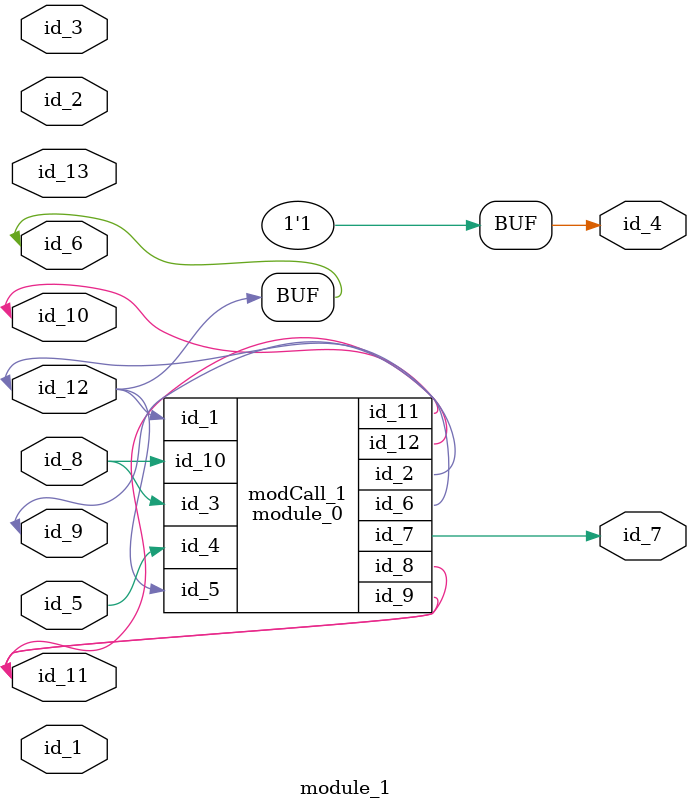
<source format=v>
module module_0 (
    id_1,
    id_2,
    id_3,
    id_4,
    id_5,
    id_6,
    id_7,
    id_8,
    id_9,
    id_10,
    id_11,
    id_12
);
  inout wire id_12;
  inout wire id_11;
  input wire id_10;
  inout wire id_9;
  inout wire id_8;
  output wire id_7;
  output wire id_6;
  input wire id_5;
  input wire id_4;
  input wire id_3;
  inout wire id_2;
  input wire id_1;
  wire id_13;
  assign id_6 = id_8;
  wire id_14, id_15, id_16;
  assign id_11 = id_15;
  wire id_17, id_18;
  wire id_19;
  wire id_20, id_21;
endmodule
module module_1 (
    id_1,
    id_2,
    id_3,
    id_4,
    id_5,
    id_6,
    id_7,
    id_8,
    id_9,
    id_10,
    id_11,
    id_12,
    id_13
);
  input wire id_13;
  inout wire id_12;
  inout wire id_11;
  inout wire id_10;
  inout wire id_9;
  input wire id_8;
  output wire id_7;
  inout wire id_6;
  input wire id_5;
  output wire id_4;
  input wire id_3;
  inout wire id_2;
  input wire id_1;
  assign id_4  = 1;
  assign id_12 = id_6;
  module_0 modCall_1 (
      id_12,
      id_12,
      id_8,
      id_5,
      id_12,
      id_9,
      id_7,
      id_11,
      id_11,
      id_8,
      id_10,
      id_11
  );
endmodule

</source>
